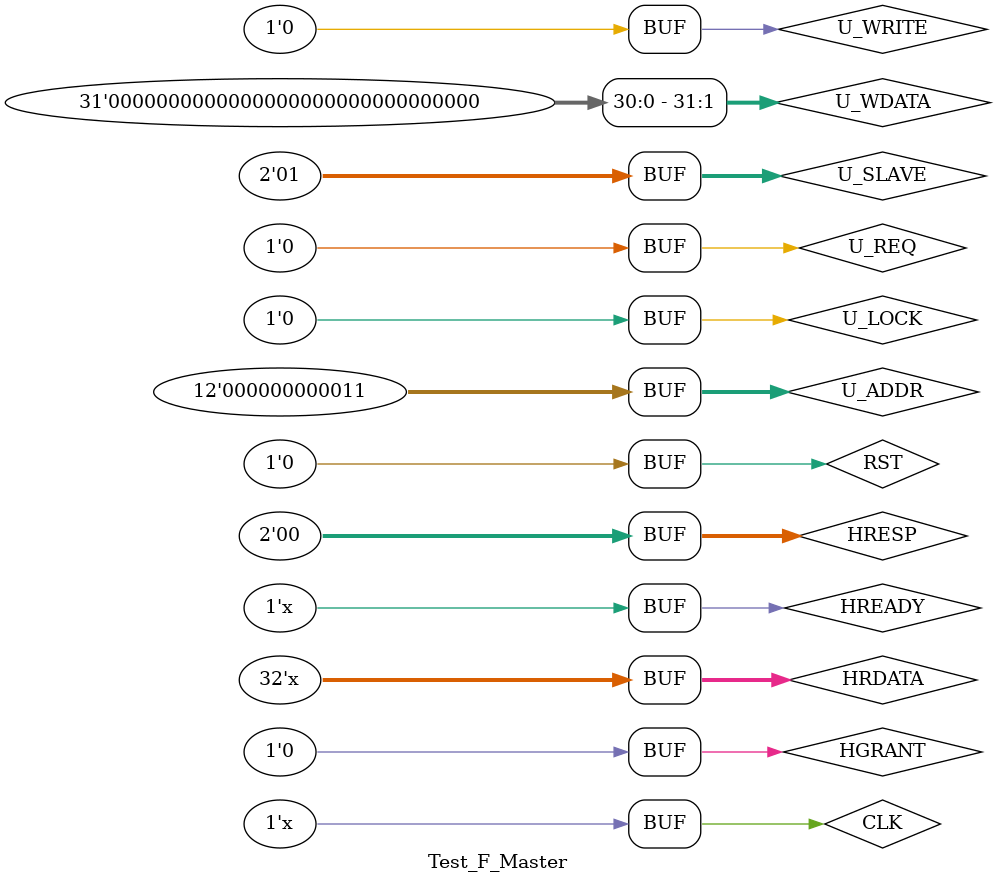
<source format=v>
`timescale 1ns / 1ps



module Test_F_Master;

	// Inputs
	reg CLK;
	reg RST;
	reg HGRANT;
	reg HREADY;
	reg [1:0] HRESP;
	reg [31:0] HRDATA;
	reg U_REQ;
	reg U_LOCK;
	reg U_WRITE;
	reg [11:0] U_ADDR;
	reg [31:0] U_WDATA;
	reg [1:0] U_SLAVE;

	// Outputs
	wire HREQ;
	wire HLOCK;
	wire [15:0] HADDR;
	wire [31:0] HWDATA;
	wire AB;

	// Instantiate the Unit Under Test (UUT)
	Master uut (
		.CLK(CLK), 
		.RST(RST), 
		.HGRANT(HGRANT), 
		.HREADY(HREADY), 
		.HRESP(HRESP), 
		.HRDATA(HRDATA), 
		.HREQ(HREQ), 
		.HLOCK(HLOCK), 
		.HADDR(HADDR), 
		.HWDATA(HWDATA), 
		.AB(AB), 
		.U_REQ(U_REQ), 
		.U_LOCK(U_LOCK), 
		.U_WRITE(U_WRITE), 
		.U_ADDR(U_ADDR), 
		.U_WDATA(U_WDATA), 
		.U_SLAVE(U_SLAVE)
	);
	
	always #10 CLK=~CLK;
	
	initial begin
	#593 RST = 1; // Random reset stimuli
	#40 RST = 0;
	end

	initial begin
		// Initialize Inputs
		CLK = 0;
		RST = 0;
		HGRANT = 0;
		HREADY = 1'bz;
		HRESP = 0;
		HRDATA = 32'bx;
		U_REQ = 0;
		U_LOCK = 0;
		U_WRITE = 0;
		U_ADDR = 16'bx;
		U_WDATA = 32'bx;
		U_SLAVE = 0;

		// Wait 100 ns for global reset to finish
		#100;
        
		// Add stimulus here
		
		#100 U_REQ = 0; U_LOCK = 0; U_WRITE = 0; U_ADDR = 12'b0; U_WDATA = 32'bx; U_SLAVE = 2'b00;
				HGRANT = 0; HRESP = 2'b00; HREADY = 1'bz;
		
		// Write
		#100 U_REQ = 1; U_LOCK = 0; U_WRITE = 1; U_ADDR = 12'd3; U_WDATA = $random; U_SLAVE = 2'b01;
				#40 HGRANT = 1; HRESP = 2'b00; #20 HREADY = 1;
				
		#40 U_REQ = 0; #60 U_LOCK = 0; U_WRITE = 0; U_ADDR = 12'b0; U_SLAVE = 2'b01;
				 HGRANT = 0; HRESP = 2'b00; #40 HREADY = 1'bz;
				 
	   // Write with reset
		#100 U_REQ = 1; U_LOCK = 0; U_WRITE = 1; U_ADDR = 12'd3; U_WDATA = $random; U_SLAVE = 2'b01;
				#100 HGRANT = 1; HRESP = 2'b00; #20 HREADY = 1;
				
		#40 U_REQ = 0; #60 U_LOCK = 0; U_WRITE = 0; U_ADDR = 12'b0; U_SLAVE = 2'b01;
				 HGRANT = 0; HRESP = 2'b00; #40 HREADY = 1'bz;
		
		// Read
		#100 U_REQ = 1; U_LOCK = 0; U_WRITE = 0; U_ADDR = 12'd3; U_SLAVE = 2'b01;
				HRESP = 2'b00; #40 HGRANT = 1; #20 HREADY = 1;
				
		#40 U_REQ = 0; U_LOCK = 0; U_WRITE = 0; U_ADDR = 12'd3; U_SLAVE = 2'b01;
				HRESP = 2'b00; HRDATA = U_WDATA;
				
		#10 U_REQ = 0; U_LOCK = 0; U_WRITE = 0; U_ADDR = 12'd3; U_SLAVE = 2'b01;
				HRESP = 2'b00; HREADY = 1; 
				
		#70 HGRANT = 0; #20 HRDATA = 32'bx; HREADY = 1'bz;

		// Split
		
	/*		// Write
			#100 U_REQ = 1; U_LOCK = 0; U_WRITE = 1; U_ADDR = 12'd3; U_WDATA = $random; U_SLAVE = 2'b01;
					#50 HGRANT = 1; HRESP = 2'b00; #20 HREADY = 1;
					
			#40 U_REQ = 0; #60 U_LOCK = 0; U_WRITE = 0; U_ADDR = 12'b0; U_SLAVE = 2'b01;
					HGRANT = 0; HRESP = 2'b00; #40 HREADY = 1'bz;
			
			// Read
			#100 U_REQ = 1; U_LOCK = 0; U_WRITE = 0; U_ADDR = 12'd3; U_SLAVE = 2'b01;
					HRESP = 2'b00; #50 HGRANT = 1; #20 HREADY = 1;
					
				// Split invoked
				
				#20 HREADY = 1; HRESP = 2'b11; HGRANT = 0; #20  U_REQ = 0;
				
				// Split revoked
				
				#250 HREADY = 1; HRESP = 2'b00; HGRANT = 1;
			
			#40 U_REQ = 0; U_LOCK = 0; U_WRITE = 0; U_ADDR = 12'd3; U_SLAVE = 2'b01;
					HRESP = 2'b00; HRDATA = U_WDATA;
					
			#10 U_REQ = 0; U_LOCK = 0; U_WRITE = 0; U_ADDR = 12'd3; U_SLAVE = 2'b01;
					HRESP = 2'b00; HREADY = 1; 
					
			#70 HGRANT = 0; #20 HRDATA = 32'bx; HREADY = 1'bz;*/
	end
      
endmodule


</source>
